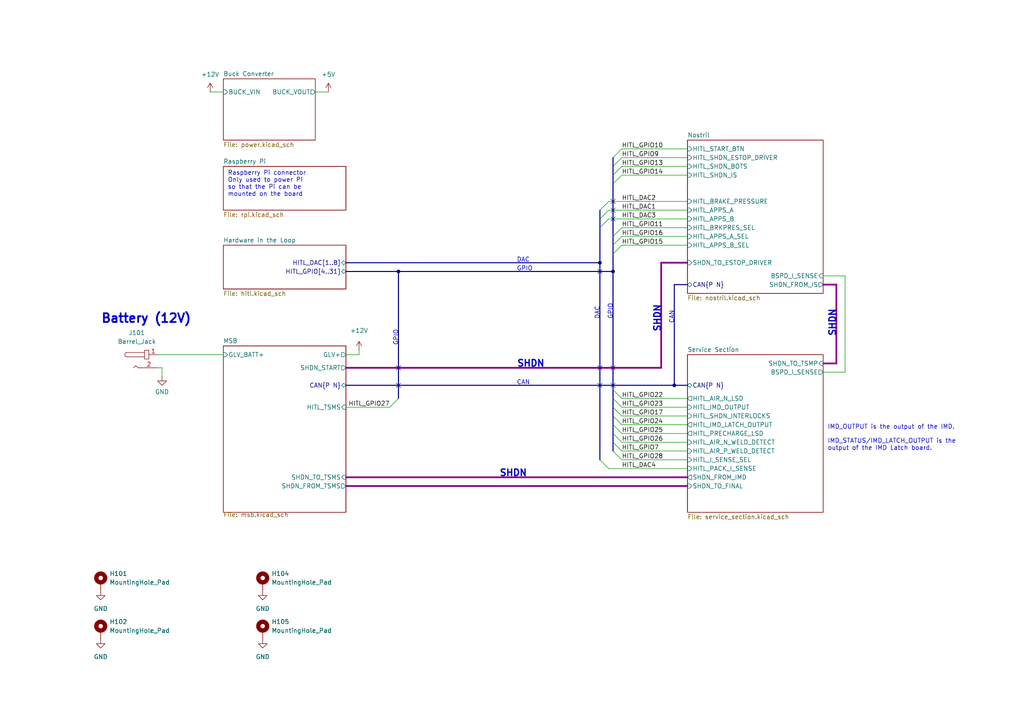
<source format=kicad_sch>
(kicad_sch (version 20230121) (generator eeschema)
  (paper "A4")
  (title_block (title "MKVI Roadkill Harness") (date "2022-12-07") (rev "Rev 0.1") (company "Olin Electric Motorsports"))
  (lib_symbols
    (symbol "Mechanical:MountingHole_Pad" (pin_numbers hide) (pin_names (offset 1.016) hide)
      (property "Reference" "H" (at 0 6.35 0))
      (property "Value" "MountingHole_Pad" (at 0 4.445 0))
      (symbol "MountingHole_Pad_0_1"
        (circle (center 0 1.27) (radius 1.27) (stroke (width 1.27)))
      )
      (symbol "MountingHole_Pad_1_1"
        (pin input line (at 0 -2.54 90) (length 2.54) (name "1") (number "1"))
      )
    )
    (symbol "OEM:Barrel_Jack" (pin_names (offset 0) hide)
      (property "Reference" "J" (at 0 0 0))
      (property "Value" "Barrel_Jack" (at 0 0 0))
      (symbol "Barrel_Jack_0_1"
        (arc (start -3.81 -4.445) (mid -4.4423 -5.08) (end -3.81 -5.715))
        (polyline (pts (xy 1.27 -5.715) (xy -3.81 -5.715)))
        (polyline (pts (xy 1.27 -4.445) (xy -3.81 -4.445)))
        (polyline (pts (xy 0 -8.89) (xy -0.635 -8.89) (xy -1.27 -8.255) (xy -1.905 -8.89)))
        (rectangle (start 1.27 -3.81) (end 2.54 -6.35))
      )
      (symbol "Barrel_Jack_1_1"
        (pin power_out line (at 5.08 -5.08 180) (length 2.54) (name "center") (number "1"))
        (pin power_out line (at 5.08 -8.89 180) (length 5.08) (name "Shell") (number "2"))
      )
    )
    (symbol "power:+12V" (power) (pin_names (offset 0))
      (property "Value" "+12V" (at 0 3.556 0))
      (symbol "+12V_0_1"
        (polyline (pts (xy -0.762 1.27) (xy 0 2.54)))
        (polyline (pts (xy 0 0) (xy 0 2.54)))
        (polyline (pts (xy 0 2.54) (xy 0.762 1.27)))
      )
      (symbol "+12V_1_1"
        (pin power_in line (at 0 0 90) (length 0) hide (name "+12V") (number "1"))
      )
    )
    (symbol "power:+5V" (power) (pin_names (offset 0))
      (property "Value" "+5V" (at 0 3.556 0))
      (symbol "+5V_0_1"
        (polyline (pts (xy -0.762 1.27) (xy 0 2.54)))
        (polyline (pts (xy 0 0) (xy 0 2.54)))
        (polyline (pts (xy 0 2.54) (xy 0.762 1.27)))
      )
      (symbol "+5V_1_1"
        (pin power_in line (at 0 0 90) (length 0) hide (name "+5V") (number "1"))
      )
    )
    (symbol "power:GND" (power) (pin_names (offset 0))
      (property "Value" "GND" (at 0 -3.81 0))
      (symbol "GND_0_1"
        (polyline (pts (xy 0 0) (xy 0 -1.27) (xy 1.27 -1.27) (xy 0 -2.54) (xy -1.27 -1.27) (xy 0 -1.27)))
      )
      (symbol "GND_1_1"
        (pin power_in line (at 0 0 270) (length 0) hide (name "GND") (number "1"))
      )
    )
  )
  (junction (at 177.8 78.74))
  (junction (at 195.58 111.76))
  (junction (at 173.99 76.2))
  (junction (at 115.57 78.74))
  (no_connect (at 177.8 111.76))
  (no_connect (at 177.8162 60.96))
  (no_connect (at 177.8162 63.5))
  (no_connect (at 177.8 106.68))
  (no_connect (at 177.8162 58.42))
  (no_connect (at 173.99 78.74))
  (no_connect (at 115.57 106.68))
  (no_connect (at 173.99 111.76))
  (no_connect (at 115.57 111.76))
  (no_connect (at 173.99 106.68))
  (bus_entry (at 177.8 123.19) (size 2.54 2.54))
  (bus_entry (at 177.8 130.81) (size 2.54 2.54))
  (bus_entry (at 177.8 71.12) (size 2.54 -2.54))
  (bus_entry (at 177.8 125.73) (size 2.54 2.54))
  (bus_entry (at 174.0062 63.5) (size 2.54 -2.54))
  (bus_entry (at 180.34 48.26) (size -2.54 2.54))
  (bus_entry (at 177.8 115.57) (size 2.54 2.54))
  (bus_entry (at 180.34 66.04) (size -2.54 2.54))
  (bus_entry (at 177.8 128.27) (size 2.54 2.54))
  (bus_entry (at 177.8 113.03) (size 2.54 2.54))
  (bus_entry (at 174.0062 66.04) (size 2.54 -2.54))
  (bus_entry (at 115.57 115.57) (size -2.54 2.54))
  (bus_entry (at 180.34 45.72) (size -2.54 2.54))
  (bus_entry (at 177.8 118.11) (size 2.54 2.54))
  (bus_entry (at 177.8 73.66) (size 2.54 -2.54))
  (bus_entry (at 174.0062 60.96) (size 2.54 -2.54))
  (bus_entry (at 173.99 133.35) (size 2.54 2.54))
  (bus_entry (at 180.34 43.18) (size -2.54 2.54))
  (bus_entry (at 177.8 53.34) (size 2.54 -2.54))
  (bus_entry (at 177.8 120.65) (size 2.54 2.54))
  (bus (pts (xy 174.0062 66.04) (xy 173.99 76.2)))
  (wire (pts (xy 180.34 68.58) (xy 199.39 68.58)))
  (wire (pts (xy 245.11 107.95) (xy 238.76 107.95)))
  (bus (pts (xy 177.8 68.58) (xy 177.8 71.12)))
  (bus (pts (xy 177.8 115.57) (xy 177.8 118.11)))
  (wire (pts (xy 100.33 140.97) (xy 199.39 140.97)) (stroke (width 0.508) (color 132 0 132 1)))
  (bus (pts (xy 177.8 118.11) (xy 177.8 120.65)))
  (wire (pts (xy 180.34 118.11) (xy 199.39 118.11)))
  (bus (pts (xy 115.57 78.74) (xy 177.8 78.74)))
  (wire (pts (xy 180.34 45.72) (xy 199.39 45.72)))
  (bus (pts (xy 195.58 111.76) (xy 199.39 111.76)))
  (wire (pts (xy 180.34 71.12) (xy 199.39 71.12)))
  (bus (pts (xy 173.99 76.2) (xy 173.99 133.35)))
  (bus (pts (xy 100.33 76.2) (xy 173.99 76.2)))
  (wire (pts (xy 176.5462 58.42) (xy 199.39 58.42)))
  (bus (pts (xy 177.8 113.03) (xy 177.8 115.57)))
  (wire (pts (xy 45.72 102.87) (xy 64.77 102.87)))
  (wire (pts (xy 46.99 106.68) (xy 46.99 109.22)))
  (wire (pts (xy 180.34 130.81) (xy 199.39 130.81)))
  (wire (pts (xy 100.33 118.11) (xy 113.03 118.11)))
  (wire (pts (xy 180.34 48.26) (xy 199.39 48.26)))
  (bus (pts (xy 177.8 53.34) (xy 177.8 68.58)))
  (bus (pts (xy 177.8 73.66) (xy 177.8 78.74)))
  (wire (pts (xy 242.57 82.55) (xy 242.57 105.41)) (stroke (width 0.508) (color 132 0 132 1)))
  (wire (pts (xy 176.5462 60.96) (xy 199.39 60.96)))
  (bus (pts (xy 195.58 82.55) (xy 199.39 82.55)))
  (wire (pts (xy 180.34 120.65) (xy 199.39 120.65)))
  (bus (pts (xy 100.33 78.74) (xy 115.57 78.74)))
  (wire (pts (xy 180.34 115.57) (xy 199.39 115.57)))
  (bus (pts (xy 177.8 71.12) (xy 177.8 73.66)))
  (wire (pts (xy 191.77 106.68) (xy 191.77 76.2)) (stroke (width 0.508) (color 132 0 132 1)))
  (wire (pts (xy 104.14 101.6) (xy 104.14 102.87)))
  (bus (pts (xy 195.58 111.76) (xy 195.58 82.55)))
  (bus (pts (xy 177.8 128.27) (xy 177.8 130.81)))
  (bus (pts (xy 177.8 120.65) (xy 177.8 123.19)))
  (wire (pts (xy 191.77 76.2) (xy 199.39 76.2)) (stroke (width 0.508) (color 132 0 132 1)))
  (wire (pts (xy 238.76 80.01) (xy 245.11 80.01)))
  (bus (pts (xy 177.8 45.72) (xy 177.8 48.26)))
  (bus (pts (xy 174.0062 60.96) (xy 174.0062 63.5)))
  (wire (pts (xy 91.44 26.67) (xy 95.25 26.67)))
  (wire (pts (xy 245.11 80.01) (xy 245.11 107.95)))
  (wire (pts (xy 176.5462 63.5) (xy 199.39 63.5)))
  (wire (pts (xy 180.34 125.73) (xy 199.39 125.73)))
  (bus (pts (xy 177.8 50.8) (xy 177.8 53.34)))
  (wire (pts (xy 238.76 82.55) (xy 242.57 82.55)) (stroke (width 0.508) (color 132 0 132 1)))
  (wire (pts (xy 100.33 102.87) (xy 104.14 102.87)))
  (wire (pts (xy 45.72 106.68) (xy 46.99 106.68)))
  (bus (pts (xy 177.8 78.74) (xy 177.8 113.03)))
  (wire (pts (xy 180.34 133.35) (xy 199.39 133.35)))
  (wire (pts (xy 180.34 43.18) (xy 199.39 43.18)))
  (wire (pts (xy 180.34 128.27) (xy 199.39 128.27)))
  (bus (pts (xy 115.57 78.74) (xy 115.57 115.57)))
  (wire (pts (xy 100.33 138.43) (xy 199.39 138.43)) (stroke (width 0.508) (color 132 0 132 1)))
  (bus (pts (xy 177.8 125.73) (xy 177.8 128.27)))
  (wire (pts (xy 60.96 26.67) (xy 64.77 26.67)))
  (wire (pts (xy 242.57 105.41) (xy 238.76 105.41)) (stroke (width 0.508) (color 132 0 132 1)))
  (bus (pts (xy 174.0062 63.5) (xy 174.0062 66.04)))
  (bus (pts (xy 177.8 123.19) (xy 177.8 125.73)))
  (bus (pts (xy 100.33 111.76) (xy 195.58 111.76)))
  (wire (pts (xy 100.33 106.68) (xy 191.77 106.68)) (stroke (width 0.508) (color 132 0 132 1)))
  (wire (pts (xy 180.34 66.04) (xy 199.39 66.04)))
  (wire (pts (xy 180.34 123.19) (xy 199.39 123.19)))
  (wire (pts (xy 176.53 135.89) (xy 199.39 135.89)))
  (bus (pts (xy 177.8 48.26) (xy 177.8 50.8)))
  (wire (pts (xy 180.34 50.8) (xy 199.39 50.8)))
  (text "GPIO" (at 115.57 100.33 90) (effects (font (size 1.27 1.27)) (justify left bottom)))
  (text "SHDN" (at 149.86 106.68 0) (effects (font (size 1.905 1.905) (thickness 0.381) bold) (justify left bottom)))
  (text "SHDN" (at 242.57 97.79 90) (effects (font (size 1.905 1.905) (thickness 0.381) bold) (justify left bottom)))
  (text "DAC" (at 173.99 92.71 90) (effects (font (size 1.27 1.27)) (justify left bottom)))
  (text "CAN" (at 195.58 93.98 90) (effects (font (size 1.27 1.27)) (justify left bottom)))
  (text "GPIO" (at 149.86 78.74 0) (effects (font (size 1.27 1.27)) (justify left bottom)))
  (text "IMD_OUTPUT is the output of the IMD.\n\nIMD_STATUS/IMD_LATCH_OUTPUT is the\noutput of the IMD Latch board." (at 240.03 130.81 0) (effects (font (size 1.27 1.27)) (justify left bottom)))
  (text "DAC" (at 149.86 76.2 0) (effects (font (size 1.27 1.27)) (justify left bottom)))
  (text "CAN" (at 149.86 111.76 0) (effects (font (size 1.27 1.27)) (justify left bottom)))
  (text "SHDN" (at 191.77 96.52 90) (effects (font (size 1.905 1.905) (thickness 0.381) bold) (justify left bottom)))
  (text "SHDN" (at 144.78 138.43 0) (effects (font (size 1.905 1.905) (thickness 0.381) bold) (justify left bottom)))
  (text "Battery (12V)" (at 29.21 93.98 0) (effects (font (size 2.54 2.54) (thickness 0.508) bold) (justify left bottom)))
  (text "GPIO" (at 177.8 92.71 90) (effects (font (size 1.27 1.27)) (justify left bottom)))
  (text "Raspberry Pi connector\nOnly used to power Pi\nso that the Pi can be\nmounted on the board" (at 66.04 57.15 0) (effects (font (size 1.27 1.27)) (justify left bottom)))
  (label "HITL_GPIO7" (at 180.34 130.81 0))
  (label "HITL_GPIO17" (at 180.34 120.65 0))
  (label "HITL_DAC4" (at 180.34 135.89 0))
  (label "HITL_GPIO25" (at 180.34 125.73 0))
  (label "HITL_GPIO28" (at 180.34 133.35 0))
  (label "HITL_GPIO14" (at 180.34 50.8 0))
  (label "HITL_GPIO27" (at 113.03 118.11 180))
  (label "HITL_GPIO10" (at 180.34 43.18 0))
  (label "HITL_GPIO16" (at 180.34 68.58 0))
  (label "HITL_GPIO13" (at 180.34 48.26 0))
  (label "HITL_DAC3" (at 180.34 63.5 0))
  (label "HITL_DAC2" (at 180.34 58.42 0))
  (label "HITL_GPIO15" (at 180.34 71.12 0))
  (label "HITL_GPIO9" (at 180.34 45.72 0))
  (label "HITL_GPIO23" (at 180.34 118.11 0))
  (label "HITL_GPIO11" (at 180.34 66.04 0))
  (label "HITL_GPIO24" (at 180.34 123.19 0))
  (label "HITL_GPIO22" (at 180.34 115.57 0))
  (label "HITL_DAC1" (at 180.34 60.96 0))
  (label "HITL_GPIO26" (at 180.34 128.27 0))
  (symbol (lib_id "power:+12V") (at 104.14 101.6 0) (unit 1)
    (property "Reference" "#PWR?" (effects hide))
    (property "Value" "+12V" (at 104.14 95.885 0))
  )
  (symbol (lib_id "Mechanical:MountingHole_Pad") (at 29.21 168.91 0) (unit 1) (in_bom no)
    (property "Reference" "H101" (at 31.75 166.3699 0) (effects (justify left)))
    (property "Value" "MountingHole_Pad" (at 31.75 168.9099 0) (effects (justify left)))
    (property "Footprint" "MountingHole:MountingHole_2.2mm_M2_Pad" (effects hide))
  )
  (symbol (lib_id "Mechanical:MountingHole_Pad") (at 76.2 182.88 0) (unit 1) (in_bom no)
    (property "Reference" "H105" (at 78.74 180.3399 0) (effects (justify left)))
    (property "Value" "MountingHole_Pad" (at 78.74 182.8799 0) (effects (justify left)))
    (property "Footprint" "MountingHole:MountingHole_2.2mm_M2_Pad" (effects hide))
  )
  (symbol (lib_id "power:GND") (at 76.2 185.42 0) (unit 1)
    (property "Reference" "#PWR?" (effects hide))
    (property "Value" "GND" (at 76.2 190.5 0))
  )
  (symbol (lib_id "power:GND") (at 76.2 171.45 0) (unit 1)
    (property "Reference" "#PWR?" (effects hide))
    (property "Value" "GND" (at 76.2 176.53 0))
  )
  (symbol (lib_id "Mechanical:MountingHole_Pad") (at 29.21 182.88 0) (unit 1) (in_bom no)
    (property "Reference" "H102" (at 31.75 180.3399 0) (effects (justify left)))
    (property "Value" "MountingHole_Pad" (at 31.75 182.8799 0) (effects (justify left)))
    (property "Footprint" "MountingHole:MountingHole_2.2mm_M2_Pad" (effects hide))
  )
  (symbol (lib_id "OEM:Barrel_Jack") (at 40.64 97.79 0) (unit 1)
    (property "Reference" "J101" (at 39.6875 96.52 0))
    (property "Value" "Barrel_Jack" (at 39.6875 99.06 0))
    (property "Footprint" "footprints:barrel_jack_PJ-037A" (effects hide))
    (property "Datasheet" "https://www.cui.com/product/resource/pj-037a.pdf" (effects hide))
    (property "MFN" "CUI Devices" (effects hide))
    (property "MPN" "PJ-037A" (effects hide))
    (property "DKPN" "CP-037A-ND" (effects hide))
    (property "NewDesigns" "YES" (effects hide))
    (property "Stocked" "Bag" (effects hide))
    (property "Package" "Custom" (effects hide))
    (property "Style" "THT" (effects hide))
  )
  (symbol (lib_id "Mechanical:MountingHole_Pad") (at 76.2 168.91 0) (unit 1) (in_bom no)
    (property "Reference" "H104" (at 78.74 166.3699 0) (effects (justify left)))
    (property "Value" "MountingHole_Pad" (at 78.74 168.9099 0) (effects (justify left)))
    (property "Footprint" "MountingHole:MountingHole_2.2mm_M2_Pad" (effects hide))
  )
  (symbol (lib_id "power:GND") (at 29.21 185.42 0) (unit 1)
    (property "Reference" "#PWR?" (effects hide))
    (property "Value" "GND" (at 29.21 190.5 0))
  )
  (symbol (lib_id "power:+12V") (at 60.96 26.67 0) (unit 1)
    (property "Reference" "#PWR?" (effects hide))
    (property "Value" "+12V" (at 60.96 21.59 0))
  )
  (symbol (lib_id "power:+5V") (at 95.25 26.67 0) (unit 1)
    (property "Reference" "#PWR?" (effects hide))
    (property "Value" "+5V" (at 95.25 21.59 0))
  )
  (symbol (lib_id "power:GND") (at 46.99 109.22 0) (unit 1)
    (property "Reference" "#PWR?" (effects hide))
    (property "Value" "GND" (at 46.99 113.665 0))
  )
  (symbol (lib_id "power:GND") (at 29.21 171.45 0) (unit 1)
    (property "Reference" "#PWR?" (effects hide))
    (property "Value" "GND" (at 29.21 176.53 0))
  )
  (sheet (at 64.77 71.12) (size 35.56 12.7) (stroke (width 0.1524))
    (property "Sheetname" "Hardware in the Loop" (at 64.77 70.4084 0) (effects (justify left bottom)))
    (property "Sheetfile" "hitl.kicad_sch" (at 64.77 84.4046 0) (effects (justify left top)))
    (pin "HITL_DAC[1..8]" bidirectional (at 100.33 76.2 0))
    (pin "HITL_GPIO[4..31]" bidirectional (at 100.33 78.74 0))
  )
  (sheet (at 64.77 48.26) (size 35.56 12.7) (stroke (width 0.1524))
    (property "Sheetname" "Raspberry Pi" (at 64.77 47.5484 0) (effects (justify left bottom)))
    (property "Sheetfile" "rpi.kicad_sch" (at 64.77 61.5446 0) (effects (justify left top)))
  )
  (sheet (at 199.39 40.64) (size 39.37 44.45) (stroke (width 0.1524))
    (property "Sheetname" "Nostril" (at 199.39 39.9284 0) (effects (justify left bottom)))
    (property "Sheetfile" "nostril.kicad_sch" (at 199.39 85.6746 0) (effects (justify left top)))
    (pin "CAN{P N}" bidirectional (at 199.39 82.55 180))
    (pin "SHDN_FROM_IS" output (at 238.76 82.55 0))
    (pin "SHDN_TO_ESTOP_DRIVER" input (at 199.39 76.2 180))
    (pin "BSPD_I_SENSE" input (at 238.76 80.01 0))
    (pin "HITL_START_BTN" input (at 199.39 43.18 180))
    (pin "HITL_SHDN_ESTOP_DRIVER" input (at 199.39 45.72 180))
    (pin "HITL_SHDN_BOTS" input (at 199.39 48.26 180))
    (pin "HITL_SHDN_IS" input (at 199.39 50.8 180))
    (pin "HITL_BRAKE_PRESSURE" input (at 199.39 58.42 180))
    (pin "HITL_APPS_A" input (at 199.39 60.96 180))
    (pin "HITL_APPS_B" input (at 199.39 63.5 180))
    (pin "HITL_APPS_B_SEL" input (at 199.39 71.12 180))
    (pin "HITL_BRKPRES_SEL" input (at 199.39 66.04 180))
    (pin "HITL_APPS_A_SEL" input (at 199.39 68.58 180))
  )
  (sheet (at 64.77 22.86) (size 26.67 17.78) (stroke (width 0.1524))
    (property "Sheetname" "Buck Converter" (at 64.77 22.1484 0) (effects (justify left bottom)))
    (property "Sheetfile" "power.kicad_sch" (at 64.77 41.2246 0) (effects (justify left top)))
    (pin "BUCK_VOUT" output (at 91.44 26.67 0))
    (pin "BUCK_VIN" input (at 64.77 26.67 180))
  )
  (sheet (at 199.39 102.87) (size 39.37 45.72) (stroke (width 0.1524))
    (property "Sheetname" "Service Section" (at 199.39 102.1584 0) (effects (justify left bottom)))
    (property "Sheetfile" "service_section.kicad_sch" (at 199.39 149.1746 0) (effects (justify left top)))
    (pin "CAN{P N}" bidirectional (at 199.39 111.76 180))
    (pin "SHDN_FROM_IMD" output (at 199.39 138.43 180))
    (pin "SHDN_TO_FINAL" input (at 199.39 140.97 180))
    (pin "SHDN_TO_TSMP" input (at 238.76 105.41 0))
    (pin "BSPD_I_SENSE" output (at 238.76 107.95 0))
    (pin "HITL_SHDN_INTERLOCKS" input (at 199.39 120.65 180))
    (pin "HITL_PACK_I_SENSE" input (at 199.39 135.89 180))
    (pin "HITL_PRECHARGE_LSD" output (at 199.39 125.73 180))
    (pin "HITL_IMD_LATCH_OUTPUT" output (at 199.39 123.19 180))
    (pin "HITL_AIR_P_WELD_DETECT" input (at 199.39 130.81 180))
    (pin "HITL_AIR_N_WELD_DETECT" input (at 199.39 128.27 180))
    (pin "HITL_I_SENSE_SEL" input (at 199.39 133.35 180))
    (pin "HITL_IMD_OUTPUT" input (at 199.39 118.11 180))
    (pin "HITL_AIR_N_LSD" output (at 199.39 115.57 180))
  )
  (sheet (at 64.77 100.33) (size 35.56 48.26) (stroke (width 0.1524))
    (property "Sheetname" "MSB" (at 64.77 99.6184 0) (effects (justify left bottom)))
    (property "Sheetfile" "msb.kicad_sch" (at 64.77 148.5396 0) (effects (justify left top)))
    (pin "GLV+" output (at 100.33 102.87 0))
    (pin "GLV_BATT+" input (at 64.77 102.87 180))
    (pin "SHDN_FROM_TSMS" output (at 100.33 140.97 0))
    (pin "SHDN_TO_TSMS" input (at 100.33 138.43 0))
    (pin "SHDN_START" output (at 100.33 106.68 0))
    (pin "CAN{P N}" bidirectional (at 100.33 111.76 0))
    (pin "HITL_TSMS" input (at 100.33 118.11 0))
  )
)
</source>
